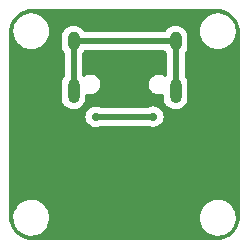
<source format=gbr>
%TF.GenerationSoftware,KiCad,Pcbnew,(6.0.5)*%
%TF.CreationDate,2022-07-03T04:30:49-06:00*%
%TF.ProjectId,usbc-daughter-board,75736263-2d64-4617-9567-687465722d62,1.0*%
%TF.SameCoordinates,Original*%
%TF.FileFunction,Copper,L2,Bot*%
%TF.FilePolarity,Positive*%
%FSLAX46Y46*%
G04 Gerber Fmt 4.6, Leading zero omitted, Abs format (unit mm)*
G04 Created by KiCad (PCBNEW (6.0.5)) date 2022-07-03 04:30:49*
%MOMM*%
%LPD*%
G01*
G04 APERTURE LIST*
%TA.AperFunction,ComponentPad*%
%ADD10O,1.000000X1.600000*%
%TD*%
%TA.AperFunction,ComponentPad*%
%ADD11O,1.000000X2.100000*%
%TD*%
%TA.AperFunction,ViaPad*%
%ADD12C,0.700000*%
%TD*%
%TA.AperFunction,Conductor*%
%ADD13C,0.500000*%
%TD*%
G04 APERTURE END LIST*
D10*
%TO.P,J1,S1,SHIELD*%
%TO.N,unconnected-(J1-PadS1)*%
X131820000Y-63860000D03*
D11*
X131820000Y-68040000D03*
D10*
X123180000Y-63860000D03*
D11*
X123180000Y-68040000D03*
%TD*%
D12*
%TO.N,GND*%
X131200000Y-70200000D03*
X125500000Y-74400000D03*
X133600000Y-68500000D03*
X123800000Y-70200000D03*
X125600000Y-72500000D03*
X132300000Y-70600000D03*
X121400000Y-68500000D03*
%TO.N,/CON_VBUS*%
X129940000Y-70230000D03*
X125050000Y-70240000D03*
%TD*%
D13*
%TO.N,/CON_VBUS*%
X125060000Y-70230000D02*
X125050000Y-70240000D01*
X129940000Y-70230000D02*
X125060000Y-70230000D01*
%TO.N,unconnected-(J1-PadS1)*%
X123180000Y-63860000D02*
X131820000Y-63860000D01*
X123180000Y-68040000D02*
X123180000Y-63860000D01*
X131820000Y-63860000D02*
X131820000Y-68040000D01*
%TD*%
%TA.AperFunction,Conductor*%
%TO.N,GND*%
G36*
X135270018Y-61110000D02*
G01*
X135284851Y-61112310D01*
X135284855Y-61112310D01*
X135293724Y-61113691D01*
X135310012Y-61111561D01*
X135334589Y-61110767D01*
X135361441Y-61112527D01*
X135551701Y-61124998D01*
X135568041Y-61127149D01*
X135687690Y-61150948D01*
X135807343Y-61174749D01*
X135823257Y-61179013D01*
X135938776Y-61218227D01*
X136054292Y-61257439D01*
X136069519Y-61263746D01*
X136288342Y-61371657D01*
X136302616Y-61379898D01*
X136505478Y-61515447D01*
X136518553Y-61525480D01*
X136701993Y-61686352D01*
X136713648Y-61698007D01*
X136874520Y-61881447D01*
X136884553Y-61894522D01*
X137020102Y-62097384D01*
X137028343Y-62111658D01*
X137136254Y-62330481D01*
X137142561Y-62345708D01*
X137217788Y-62567318D01*
X137220986Y-62576740D01*
X137225251Y-62592657D01*
X137231482Y-62623980D01*
X137272851Y-62831959D01*
X137275002Y-62848299D01*
X137288077Y-63047763D01*
X137288763Y-63058236D01*
X137287733Y-63081350D01*
X137287690Y-63084854D01*
X137286309Y-63093724D01*
X137287473Y-63102626D01*
X137287473Y-63102628D01*
X137290436Y-63125283D01*
X137291500Y-63141621D01*
X137291500Y-78650633D01*
X137290000Y-78670018D01*
X137287690Y-78684851D01*
X137287690Y-78684855D01*
X137286309Y-78693724D01*
X137288136Y-78707694D01*
X137288439Y-78710010D01*
X137289233Y-78734590D01*
X137275002Y-78951701D01*
X137272851Y-78968041D01*
X137225252Y-79207340D01*
X137220986Y-79223260D01*
X137142561Y-79454292D01*
X137136254Y-79469519D01*
X137028343Y-79688342D01*
X137020102Y-79702616D01*
X136884553Y-79905478D01*
X136874520Y-79918553D01*
X136713648Y-80101993D01*
X136701993Y-80113648D01*
X136518553Y-80274520D01*
X136505478Y-80284553D01*
X136302616Y-80420102D01*
X136288342Y-80428343D01*
X136069519Y-80536254D01*
X136054292Y-80542561D01*
X135938776Y-80581773D01*
X135823257Y-80620987D01*
X135807343Y-80625251D01*
X135687691Y-80649051D01*
X135568041Y-80672851D01*
X135551701Y-80675002D01*
X135410437Y-80684262D01*
X135341763Y-80688763D01*
X135318650Y-80687733D01*
X135315146Y-80687690D01*
X135306276Y-80686309D01*
X135297374Y-80687473D01*
X135297372Y-80687473D01*
X135283915Y-80689233D01*
X135274714Y-80690436D01*
X135258379Y-80691500D01*
X119749367Y-80691500D01*
X119729982Y-80690000D01*
X119715149Y-80687690D01*
X119715145Y-80687690D01*
X119706276Y-80686309D01*
X119689988Y-80688439D01*
X119665411Y-80689233D01*
X119620801Y-80686309D01*
X119448299Y-80675002D01*
X119431959Y-80672851D01*
X119312309Y-80649051D01*
X119192657Y-80625251D01*
X119176743Y-80620987D01*
X119061224Y-80581773D01*
X118945708Y-80542561D01*
X118930481Y-80536254D01*
X118711658Y-80428343D01*
X118697384Y-80420102D01*
X118494522Y-80284553D01*
X118481447Y-80274520D01*
X118298007Y-80113648D01*
X118286352Y-80101993D01*
X118125480Y-79918553D01*
X118115447Y-79905478D01*
X117979898Y-79702616D01*
X117971657Y-79688342D01*
X117863746Y-79469519D01*
X117857439Y-79454292D01*
X117779014Y-79223260D01*
X117774748Y-79207340D01*
X117727149Y-78968041D01*
X117724998Y-78951701D01*
X117718516Y-78852817D01*
X118087514Y-78852817D01*
X118088095Y-78857837D01*
X118088095Y-78857841D01*
X118103923Y-78994631D01*
X118115415Y-79093956D01*
X118116791Y-79098820D01*
X118116792Y-79098823D01*
X118162476Y-79260266D01*
X118181510Y-79327532D01*
X118183644Y-79332108D01*
X118183646Y-79332114D01*
X118242483Y-79458290D01*
X118284099Y-79547536D01*
X118420544Y-79748307D01*
X118587332Y-79924681D01*
X118591358Y-79927759D01*
X118591359Y-79927760D01*
X118776154Y-80069047D01*
X118776158Y-80069050D01*
X118780174Y-80072120D01*
X118994109Y-80186831D01*
X119223631Y-80265862D01*
X119273757Y-80274520D01*
X119458926Y-80306504D01*
X119458932Y-80306505D01*
X119462836Y-80307179D01*
X119466797Y-80307359D01*
X119466798Y-80307359D01*
X119490506Y-80308436D01*
X119490525Y-80308436D01*
X119491925Y-80308500D01*
X119661001Y-80308500D01*
X119663509Y-80308298D01*
X119663514Y-80308298D01*
X119836924Y-80294346D01*
X119836929Y-80294345D01*
X119841965Y-80293940D01*
X119846873Y-80292734D01*
X119846876Y-80292734D01*
X120072792Y-80237244D01*
X120077706Y-80236037D01*
X120082358Y-80234062D01*
X120082362Y-80234061D01*
X120296498Y-80143165D01*
X120301156Y-80141188D01*
X120407037Y-80074511D01*
X120502288Y-80014528D01*
X120502291Y-80014526D01*
X120506567Y-80011833D01*
X120605422Y-79924681D01*
X120684858Y-79854650D01*
X120684861Y-79854647D01*
X120688655Y-79851302D01*
X120776696Y-79744119D01*
X120839526Y-79667628D01*
X120839528Y-79667625D01*
X120842734Y-79663722D01*
X120913023Y-79542954D01*
X120962299Y-79458290D01*
X120962300Y-79458288D01*
X120964841Y-79453922D01*
X121051833Y-79227298D01*
X121054311Y-79215438D01*
X121100440Y-78994631D01*
X121100440Y-78994627D01*
X121101474Y-78989680D01*
X121107689Y-78852817D01*
X133887514Y-78852817D01*
X133888095Y-78857837D01*
X133888095Y-78857841D01*
X133903923Y-78994631D01*
X133915415Y-79093956D01*
X133916791Y-79098820D01*
X133916792Y-79098823D01*
X133962476Y-79260266D01*
X133981510Y-79327532D01*
X133983644Y-79332108D01*
X133983646Y-79332114D01*
X134042483Y-79458290D01*
X134084099Y-79547536D01*
X134220544Y-79748307D01*
X134387332Y-79924681D01*
X134391358Y-79927759D01*
X134391359Y-79927760D01*
X134576154Y-80069047D01*
X134576158Y-80069050D01*
X134580174Y-80072120D01*
X134794109Y-80186831D01*
X135023631Y-80265862D01*
X135073757Y-80274520D01*
X135258926Y-80306504D01*
X135258932Y-80306505D01*
X135262836Y-80307179D01*
X135266797Y-80307359D01*
X135266798Y-80307359D01*
X135290506Y-80308436D01*
X135290525Y-80308436D01*
X135291925Y-80308500D01*
X135461001Y-80308500D01*
X135463509Y-80308298D01*
X135463514Y-80308298D01*
X135636924Y-80294346D01*
X135636929Y-80294345D01*
X135641965Y-80293940D01*
X135646873Y-80292734D01*
X135646876Y-80292734D01*
X135872792Y-80237244D01*
X135877706Y-80236037D01*
X135882358Y-80234062D01*
X135882362Y-80234061D01*
X136096498Y-80143165D01*
X136101156Y-80141188D01*
X136207037Y-80074511D01*
X136302288Y-80014528D01*
X136302291Y-80014526D01*
X136306567Y-80011833D01*
X136405422Y-79924681D01*
X136484858Y-79854650D01*
X136484861Y-79854647D01*
X136488655Y-79851302D01*
X136576696Y-79744119D01*
X136639526Y-79667628D01*
X136639528Y-79667625D01*
X136642734Y-79663722D01*
X136713023Y-79542954D01*
X136762299Y-79458290D01*
X136762300Y-79458288D01*
X136764841Y-79453922D01*
X136851833Y-79227298D01*
X136854311Y-79215438D01*
X136900440Y-78994631D01*
X136900440Y-78994627D01*
X136901474Y-78989680D01*
X136912486Y-78747183D01*
X136907027Y-78700000D01*
X136885167Y-78511071D01*
X136885166Y-78511067D01*
X136884585Y-78506044D01*
X136845517Y-78367978D01*
X136819866Y-78277331D01*
X136818490Y-78272468D01*
X136816356Y-78267892D01*
X136816354Y-78267886D01*
X136718038Y-78057046D01*
X136718036Y-78057042D01*
X136715901Y-78052464D01*
X136579456Y-77851693D01*
X136412668Y-77675319D01*
X136408641Y-77672240D01*
X136223846Y-77530953D01*
X136223842Y-77530950D01*
X136219826Y-77527880D01*
X136005891Y-77413169D01*
X135776369Y-77334138D01*
X135677022Y-77316978D01*
X135541074Y-77293496D01*
X135541068Y-77293495D01*
X135537164Y-77292821D01*
X135533203Y-77292641D01*
X135533202Y-77292641D01*
X135509494Y-77291564D01*
X135509475Y-77291564D01*
X135508075Y-77291500D01*
X135338999Y-77291500D01*
X135336491Y-77291702D01*
X135336486Y-77291702D01*
X135163076Y-77305654D01*
X135163071Y-77305655D01*
X135158035Y-77306060D01*
X135153127Y-77307266D01*
X135153124Y-77307266D01*
X135037007Y-77335787D01*
X134922294Y-77363963D01*
X134917642Y-77365938D01*
X134917638Y-77365939D01*
X134810252Y-77411522D01*
X134698844Y-77458812D01*
X134694560Y-77461510D01*
X134497712Y-77585472D01*
X134497709Y-77585474D01*
X134493433Y-77588167D01*
X134489639Y-77591512D01*
X134315142Y-77745350D01*
X134315139Y-77745353D01*
X134311345Y-77748698D01*
X134157266Y-77936278D01*
X134035159Y-78146078D01*
X133948167Y-78372702D01*
X133898526Y-78610320D01*
X133887514Y-78852817D01*
X121107689Y-78852817D01*
X121112486Y-78747183D01*
X121107027Y-78700000D01*
X121085167Y-78511071D01*
X121085166Y-78511067D01*
X121084585Y-78506044D01*
X121045517Y-78367978D01*
X121019866Y-78277331D01*
X121018490Y-78272468D01*
X121016356Y-78267892D01*
X121016354Y-78267886D01*
X120918038Y-78057046D01*
X120918036Y-78057042D01*
X120915901Y-78052464D01*
X120779456Y-77851693D01*
X120612668Y-77675319D01*
X120608641Y-77672240D01*
X120423846Y-77530953D01*
X120423842Y-77530950D01*
X120419826Y-77527880D01*
X120205891Y-77413169D01*
X119976369Y-77334138D01*
X119877022Y-77316978D01*
X119741074Y-77293496D01*
X119741068Y-77293495D01*
X119737164Y-77292821D01*
X119733203Y-77292641D01*
X119733202Y-77292641D01*
X119709494Y-77291564D01*
X119709475Y-77291564D01*
X119708075Y-77291500D01*
X119538999Y-77291500D01*
X119536491Y-77291702D01*
X119536486Y-77291702D01*
X119363076Y-77305654D01*
X119363071Y-77305655D01*
X119358035Y-77306060D01*
X119353127Y-77307266D01*
X119353124Y-77307266D01*
X119237007Y-77335787D01*
X119122294Y-77363963D01*
X119117642Y-77365938D01*
X119117638Y-77365939D01*
X119010252Y-77411522D01*
X118898844Y-77458812D01*
X118894560Y-77461510D01*
X118697712Y-77585472D01*
X118697709Y-77585474D01*
X118693433Y-77588167D01*
X118689639Y-77591512D01*
X118515142Y-77745350D01*
X118515139Y-77745353D01*
X118511345Y-77748698D01*
X118357266Y-77936278D01*
X118235159Y-78146078D01*
X118148167Y-78372702D01*
X118098526Y-78610320D01*
X118087514Y-78852817D01*
X117718516Y-78852817D01*
X117711476Y-78745407D01*
X117712650Y-78722232D01*
X117712334Y-78722204D01*
X117712770Y-78717344D01*
X117713576Y-78712552D01*
X117713729Y-78700000D01*
X117709773Y-78672376D01*
X117708500Y-78654514D01*
X117708500Y-70240000D01*
X124186771Y-70240000D01*
X124205635Y-70419475D01*
X124261401Y-70591107D01*
X124351633Y-70747393D01*
X124472387Y-70881504D01*
X124618385Y-70987578D01*
X124624413Y-70990262D01*
X124624415Y-70990263D01*
X124763869Y-71052352D01*
X124783248Y-71060980D01*
X124871508Y-71079740D01*
X124953311Y-71097128D01*
X124953315Y-71097128D01*
X124959768Y-71098500D01*
X125140232Y-71098500D01*
X125146685Y-71097128D01*
X125146689Y-71097128D01*
X125228492Y-71079740D01*
X125316752Y-71060980D01*
X125339213Y-71050980D01*
X125455078Y-70999393D01*
X125506327Y-70988500D01*
X129506133Y-70988500D01*
X129557382Y-70999393D01*
X129673248Y-71050980D01*
X129761508Y-71069740D01*
X129843311Y-71087128D01*
X129843315Y-71087128D01*
X129849768Y-71088500D01*
X130030232Y-71088500D01*
X130036685Y-71087128D01*
X130036689Y-71087128D01*
X130118492Y-71069740D01*
X130206752Y-71050980D01*
X130322618Y-70999393D01*
X130365585Y-70980263D01*
X130365587Y-70980262D01*
X130371615Y-70977578D01*
X130498505Y-70885387D01*
X130512269Y-70875387D01*
X130512271Y-70875385D01*
X130517613Y-70871504D01*
X130638367Y-70737393D01*
X130719521Y-70596830D01*
X130725295Y-70586830D01*
X130725296Y-70586829D01*
X130728599Y-70581107D01*
X130784365Y-70409475D01*
X130803229Y-70230000D01*
X130784365Y-70050525D01*
X130728599Y-69878893D01*
X130638367Y-69722607D01*
X130517613Y-69588496D01*
X130510498Y-69583326D01*
X130376957Y-69486303D01*
X130376956Y-69486302D01*
X130371615Y-69482422D01*
X130365587Y-69479738D01*
X130365585Y-69479737D01*
X130212783Y-69411705D01*
X130212781Y-69411705D01*
X130206752Y-69409020D01*
X130118492Y-69390260D01*
X130036689Y-69372872D01*
X130036685Y-69372872D01*
X130030232Y-69371500D01*
X129849768Y-69371500D01*
X129843315Y-69372872D01*
X129843311Y-69372872D01*
X129761508Y-69390260D01*
X129673248Y-69409020D01*
X129667219Y-69411704D01*
X129667217Y-69411705D01*
X129557383Y-69460607D01*
X129506134Y-69471500D01*
X125461407Y-69471500D01*
X125410158Y-69460607D01*
X125322783Y-69421705D01*
X125322782Y-69421705D01*
X125316752Y-69419020D01*
X125228492Y-69400260D01*
X125146689Y-69382872D01*
X125146685Y-69382872D01*
X125140232Y-69381500D01*
X124959768Y-69381500D01*
X124953315Y-69382872D01*
X124953311Y-69382872D01*
X124871508Y-69400260D01*
X124783248Y-69419020D01*
X124777219Y-69421704D01*
X124777217Y-69421705D01*
X124624416Y-69489737D01*
X124624414Y-69489738D01*
X124618386Y-69492422D01*
X124613045Y-69496302D01*
X124613044Y-69496303D01*
X124477731Y-69594613D01*
X124477729Y-69594615D01*
X124472387Y-69598496D01*
X124351633Y-69732607D01*
X124348332Y-69738325D01*
X124267175Y-69878893D01*
X124261401Y-69888893D01*
X124205635Y-70060525D01*
X124186771Y-70240000D01*
X117708500Y-70240000D01*
X117708500Y-68639769D01*
X122171500Y-68639769D01*
X122171800Y-68642825D01*
X122171800Y-68642832D01*
X122172530Y-68650273D01*
X122185920Y-68786833D01*
X122243084Y-68976169D01*
X122335934Y-69150796D01*
X122406291Y-69237062D01*
X122457040Y-69299287D01*
X122457043Y-69299290D01*
X122460935Y-69304062D01*
X122465682Y-69307989D01*
X122465684Y-69307991D01*
X122608575Y-69426201D01*
X122608579Y-69426203D01*
X122613325Y-69430130D01*
X122787299Y-69524198D01*
X122976232Y-69582682D01*
X122982357Y-69583326D01*
X122982358Y-69583326D01*
X123166796Y-69602711D01*
X123166798Y-69602711D01*
X123172925Y-69603355D01*
X123268984Y-69594613D01*
X123363749Y-69585989D01*
X123363752Y-69585988D01*
X123369888Y-69585430D01*
X123375794Y-69583692D01*
X123375798Y-69583691D01*
X123480924Y-69552751D01*
X123559619Y-69529590D01*
X123565077Y-69526737D01*
X123565081Y-69526735D01*
X123670734Y-69471500D01*
X123734890Y-69437960D01*
X123889025Y-69314032D01*
X124016154Y-69162526D01*
X124019121Y-69157128D01*
X124019125Y-69157123D01*
X124108467Y-68994608D01*
X124111433Y-68989213D01*
X124113846Y-68981608D01*
X124169373Y-68806564D01*
X124169373Y-68806563D01*
X124171235Y-68800694D01*
X124188500Y-68646773D01*
X124188500Y-68427138D01*
X124208502Y-68359017D01*
X124262158Y-68312524D01*
X124332432Y-68302420D01*
X124341986Y-68304172D01*
X124346460Y-68305172D01*
X124516543Y-68343190D01*
X124522088Y-68343500D01*
X124655244Y-68343500D01*
X124790037Y-68328857D01*
X124908190Y-68289094D01*
X124955204Y-68273272D01*
X124955206Y-68273271D01*
X124961675Y-68271094D01*
X125116905Y-68177823D01*
X125121862Y-68173135D01*
X125121865Y-68173133D01*
X125243527Y-68058082D01*
X125243529Y-68058080D01*
X125248485Y-68053393D01*
X125252317Y-68047755D01*
X125252320Y-68047751D01*
X125346442Y-67909255D01*
X125350277Y-67903612D01*
X125417530Y-67735466D01*
X125418644Y-67728738D01*
X125418645Y-67728734D01*
X125445993Y-67563539D01*
X125445993Y-67563536D01*
X125447108Y-67556802D01*
X125442203Y-67463198D01*
X125437987Y-67382766D01*
X125437630Y-67375953D01*
X125414304Y-67291266D01*
X125391352Y-67207941D01*
X125389539Y-67201359D01*
X125305078Y-67041164D01*
X125300673Y-67035951D01*
X125300670Y-67035947D01*
X125192594Y-66908057D01*
X125192590Y-66908053D01*
X125188187Y-66902843D01*
X125182762Y-66898695D01*
X125049743Y-66796994D01*
X125049739Y-66796991D01*
X125044322Y-66792850D01*
X124939186Y-66743825D01*
X124886369Y-66719195D01*
X124886366Y-66719194D01*
X124880192Y-66716315D01*
X124873544Y-66714829D01*
X124873541Y-66714828D01*
X124708494Y-66677936D01*
X124708495Y-66677936D01*
X124703457Y-66676810D01*
X124697912Y-66676500D01*
X124564756Y-66676500D01*
X124429963Y-66691143D01*
X124311810Y-66730906D01*
X124264796Y-66746728D01*
X124264794Y-66746729D01*
X124258325Y-66748906D01*
X124252470Y-66752424D01*
X124129394Y-66826375D01*
X124060702Y-66844315D01*
X123993215Y-66822268D01*
X123948361Y-66767235D01*
X123938500Y-66718372D01*
X123938500Y-64870929D01*
X123958502Y-64802808D01*
X123967970Y-64789949D01*
X124016154Y-64732526D01*
X124042942Y-64683799D01*
X124093288Y-64633740D01*
X124153357Y-64618500D01*
X130845834Y-64618500D01*
X130913955Y-64638502D01*
X130957086Y-64685348D01*
X130973038Y-64715351D01*
X130973041Y-64715355D01*
X130975934Y-64720796D01*
X131031842Y-64789346D01*
X131033143Y-64790941D01*
X131060697Y-64856373D01*
X131061500Y-64870577D01*
X131061500Y-66719245D01*
X131041498Y-66787366D01*
X130987842Y-66833859D01*
X130917568Y-66843963D01*
X130858971Y-66819341D01*
X130829743Y-66796995D01*
X130824322Y-66792850D01*
X130719186Y-66743825D01*
X130666369Y-66719195D01*
X130666366Y-66719194D01*
X130660192Y-66716315D01*
X130653544Y-66714829D01*
X130653541Y-66714828D01*
X130488494Y-66677936D01*
X130488495Y-66677936D01*
X130483457Y-66676810D01*
X130477912Y-66676500D01*
X130344756Y-66676500D01*
X130209963Y-66691143D01*
X130091810Y-66730906D01*
X130044796Y-66746728D01*
X130044794Y-66746729D01*
X130038325Y-66748906D01*
X129883095Y-66842177D01*
X129878138Y-66846865D01*
X129878135Y-66846867D01*
X129756473Y-66961918D01*
X129751515Y-66966607D01*
X129747683Y-66972245D01*
X129747680Y-66972249D01*
X129663133Y-67096656D01*
X129649723Y-67116388D01*
X129582470Y-67284534D01*
X129581356Y-67291262D01*
X129581355Y-67291266D01*
X129557270Y-67436751D01*
X129552892Y-67463198D01*
X129553249Y-67470015D01*
X129553249Y-67470019D01*
X129558151Y-67563539D01*
X129562370Y-67644047D01*
X129564181Y-67650620D01*
X129564181Y-67650623D01*
X129587551Y-67735466D01*
X129610461Y-67818641D01*
X129694922Y-67978836D01*
X129699327Y-67984049D01*
X129699330Y-67984053D01*
X129807406Y-68111943D01*
X129807410Y-68111947D01*
X129811813Y-68117157D01*
X129817237Y-68121304D01*
X129817238Y-68121305D01*
X129950257Y-68223006D01*
X129950261Y-68223009D01*
X129955678Y-68227150D01*
X130042372Y-68267576D01*
X130113631Y-68300805D01*
X130113634Y-68300806D01*
X130119808Y-68303685D01*
X130126456Y-68305171D01*
X130126459Y-68305172D01*
X130222686Y-68326681D01*
X130296543Y-68343190D01*
X130302088Y-68343500D01*
X130435244Y-68343500D01*
X130570037Y-68328857D01*
X130645312Y-68303524D01*
X130716253Y-68300754D01*
X130777432Y-68336777D01*
X130809423Y-68400158D01*
X130811500Y-68422943D01*
X130811500Y-68639769D01*
X130811800Y-68642825D01*
X130811800Y-68642832D01*
X130812530Y-68650273D01*
X130825920Y-68786833D01*
X130883084Y-68976169D01*
X130975934Y-69150796D01*
X131046291Y-69237062D01*
X131097040Y-69299287D01*
X131097043Y-69299290D01*
X131100935Y-69304062D01*
X131105682Y-69307989D01*
X131105684Y-69307991D01*
X131248575Y-69426201D01*
X131248579Y-69426203D01*
X131253325Y-69430130D01*
X131427299Y-69524198D01*
X131616232Y-69582682D01*
X131622357Y-69583326D01*
X131622358Y-69583326D01*
X131806796Y-69602711D01*
X131806798Y-69602711D01*
X131812925Y-69603355D01*
X131908984Y-69594613D01*
X132003749Y-69585989D01*
X132003752Y-69585988D01*
X132009888Y-69585430D01*
X132015794Y-69583692D01*
X132015798Y-69583691D01*
X132120924Y-69552751D01*
X132199619Y-69529590D01*
X132205077Y-69526737D01*
X132205081Y-69526735D01*
X132310734Y-69471500D01*
X132374890Y-69437960D01*
X132529025Y-69314032D01*
X132656154Y-69162526D01*
X132659121Y-69157128D01*
X132659125Y-69157123D01*
X132748467Y-68994608D01*
X132751433Y-68989213D01*
X132753846Y-68981608D01*
X132809373Y-68806564D01*
X132809373Y-68806563D01*
X132811235Y-68800694D01*
X132828500Y-68646773D01*
X132828500Y-67440231D01*
X132827814Y-67433227D01*
X132814681Y-67299301D01*
X132814080Y-67293167D01*
X132756916Y-67103831D01*
X132664066Y-66929204D01*
X132606857Y-66859059D01*
X132579303Y-66793627D01*
X132578500Y-66779423D01*
X132578500Y-64870929D01*
X132598502Y-64802808D01*
X132607970Y-64789949D01*
X132656154Y-64732526D01*
X132659121Y-64727128D01*
X132659125Y-64727123D01*
X132748467Y-64564608D01*
X132751433Y-64559213D01*
X132753846Y-64551608D01*
X132809373Y-64376564D01*
X132809373Y-64376563D01*
X132811235Y-64370694D01*
X132828500Y-64216773D01*
X132828500Y-63510231D01*
X132827814Y-63503227D01*
X132820368Y-63427298D01*
X132814080Y-63363167D01*
X132756916Y-63173831D01*
X132692572Y-63052817D01*
X133887514Y-63052817D01*
X133888095Y-63057837D01*
X133888095Y-63057841D01*
X133903923Y-63194631D01*
X133915415Y-63293956D01*
X133916791Y-63298820D01*
X133916792Y-63298823D01*
X133962476Y-63460266D01*
X133981510Y-63527532D01*
X133983644Y-63532108D01*
X133983646Y-63532114D01*
X134040446Y-63653922D01*
X134084099Y-63747536D01*
X134220544Y-63948307D01*
X134387332Y-64124681D01*
X134391358Y-64127759D01*
X134391359Y-64127760D01*
X134576154Y-64269047D01*
X134576158Y-64269050D01*
X134580174Y-64272120D01*
X134794109Y-64386831D01*
X135023631Y-64465862D01*
X135122978Y-64483022D01*
X135258926Y-64506504D01*
X135258932Y-64506505D01*
X135262836Y-64507179D01*
X135266797Y-64507359D01*
X135266798Y-64507359D01*
X135290506Y-64508436D01*
X135290525Y-64508436D01*
X135291925Y-64508500D01*
X135461001Y-64508500D01*
X135463509Y-64508298D01*
X135463514Y-64508298D01*
X135636924Y-64494346D01*
X135636929Y-64494345D01*
X135641965Y-64493940D01*
X135646873Y-64492734D01*
X135646876Y-64492734D01*
X135872792Y-64437244D01*
X135877706Y-64436037D01*
X135882358Y-64434062D01*
X135882362Y-64434061D01*
X136050392Y-64362736D01*
X136101156Y-64341188D01*
X136207037Y-64274511D01*
X136302288Y-64214528D01*
X136302291Y-64214526D01*
X136306567Y-64211833D01*
X136405422Y-64124681D01*
X136484858Y-64054650D01*
X136484861Y-64054647D01*
X136488655Y-64051302D01*
X136642734Y-63863722D01*
X136764841Y-63653922D01*
X136818815Y-63513313D01*
X136850020Y-63432022D01*
X136850021Y-63432018D01*
X136851833Y-63427298D01*
X136866848Y-63355425D01*
X136900440Y-63194631D01*
X136900440Y-63194627D01*
X136901474Y-63189680D01*
X136912486Y-62947183D01*
X136901045Y-62848299D01*
X136885167Y-62711071D01*
X136885166Y-62711067D01*
X136884585Y-62706044D01*
X136845517Y-62567978D01*
X136819866Y-62477331D01*
X136818490Y-62472468D01*
X136816356Y-62467892D01*
X136816354Y-62467886D01*
X136718038Y-62257046D01*
X136718036Y-62257042D01*
X136715901Y-62252464D01*
X136579456Y-62051693D01*
X136412668Y-61875319D01*
X136408641Y-61872240D01*
X136223846Y-61730953D01*
X136223842Y-61730950D01*
X136219826Y-61727880D01*
X136005891Y-61613169D01*
X135776369Y-61534138D01*
X135668157Y-61515447D01*
X135541074Y-61493496D01*
X135541068Y-61493495D01*
X135537164Y-61492821D01*
X135533203Y-61492641D01*
X135533202Y-61492641D01*
X135509494Y-61491564D01*
X135509475Y-61491564D01*
X135508075Y-61491500D01*
X135338999Y-61491500D01*
X135336491Y-61491702D01*
X135336486Y-61491702D01*
X135163076Y-61505654D01*
X135163071Y-61505655D01*
X135158035Y-61506060D01*
X135153127Y-61507266D01*
X135153124Y-61507266D01*
X135037007Y-61535787D01*
X134922294Y-61563963D01*
X134917642Y-61565938D01*
X134917638Y-61565939D01*
X134852271Y-61593686D01*
X134698844Y-61658812D01*
X134646465Y-61691797D01*
X134497712Y-61785472D01*
X134497709Y-61785474D01*
X134493433Y-61788167D01*
X134489639Y-61791512D01*
X134315142Y-61945350D01*
X134315139Y-61945353D01*
X134311345Y-61948698D01*
X134308135Y-61952606D01*
X134308134Y-61952607D01*
X134189214Y-62097384D01*
X134157266Y-62136278D01*
X134096213Y-62241178D01*
X134044237Y-62330481D01*
X134035159Y-62346078D01*
X134033346Y-62350801D01*
X133950234Y-62567318D01*
X133948167Y-62572702D01*
X133947133Y-62577652D01*
X133947132Y-62577655D01*
X133903796Y-62785095D01*
X133898526Y-62810320D01*
X133887514Y-63052817D01*
X132692572Y-63052817D01*
X132664066Y-62999204D01*
X132593709Y-62912938D01*
X132542960Y-62850713D01*
X132542957Y-62850710D01*
X132539065Y-62845938D01*
X132531956Y-62840057D01*
X132391425Y-62723799D01*
X132391421Y-62723797D01*
X132386675Y-62719870D01*
X132212701Y-62625802D01*
X132023768Y-62567318D01*
X132017643Y-62566674D01*
X132017642Y-62566674D01*
X131833204Y-62547289D01*
X131833202Y-62547289D01*
X131827075Y-62546645D01*
X131744576Y-62554153D01*
X131636251Y-62564011D01*
X131636248Y-62564012D01*
X131630112Y-62564570D01*
X131624206Y-62566308D01*
X131624202Y-62566309D01*
X131534669Y-62592660D01*
X131440381Y-62620410D01*
X131434923Y-62623263D01*
X131434919Y-62623265D01*
X131344147Y-62670720D01*
X131265110Y-62712040D01*
X131110975Y-62835968D01*
X130983846Y-62987474D01*
X130980876Y-62992877D01*
X130980875Y-62992878D01*
X130957058Y-63036201D01*
X130906712Y-63086260D01*
X130846643Y-63101500D01*
X124154166Y-63101500D01*
X124086045Y-63081498D01*
X124042914Y-63034652D01*
X124026962Y-63004649D01*
X124026958Y-63004642D01*
X124024066Y-62999204D01*
X123953709Y-62912938D01*
X123902960Y-62850713D01*
X123902957Y-62850710D01*
X123899065Y-62845938D01*
X123891956Y-62840057D01*
X123751425Y-62723799D01*
X123751421Y-62723797D01*
X123746675Y-62719870D01*
X123572701Y-62625802D01*
X123383768Y-62567318D01*
X123377643Y-62566674D01*
X123377642Y-62566674D01*
X123193204Y-62547289D01*
X123193202Y-62547289D01*
X123187075Y-62546645D01*
X123104576Y-62554153D01*
X122996251Y-62564011D01*
X122996248Y-62564012D01*
X122990112Y-62564570D01*
X122984206Y-62566308D01*
X122984202Y-62566309D01*
X122894669Y-62592660D01*
X122800381Y-62620410D01*
X122794923Y-62623263D01*
X122794919Y-62623265D01*
X122704147Y-62670720D01*
X122625110Y-62712040D01*
X122470975Y-62835968D01*
X122343846Y-62987474D01*
X122340879Y-62992872D01*
X122340875Y-62992877D01*
X122292156Y-63081498D01*
X122248567Y-63160787D01*
X122246706Y-63166654D01*
X122246705Y-63166656D01*
X122237831Y-63194631D01*
X122188765Y-63349306D01*
X122171500Y-63503227D01*
X122171500Y-64209769D01*
X122171800Y-64212825D01*
X122171800Y-64212832D01*
X122172530Y-64220273D01*
X122185920Y-64356833D01*
X122243084Y-64546169D01*
X122335934Y-64720796D01*
X122391842Y-64789346D01*
X122393143Y-64790941D01*
X122420697Y-64856373D01*
X122421500Y-64870577D01*
X122421500Y-66779071D01*
X122401498Y-66847192D01*
X122392030Y-66860051D01*
X122343846Y-66917474D01*
X122340879Y-66922872D01*
X122340875Y-66922877D01*
X122316835Y-66966607D01*
X122248567Y-67090787D01*
X122246706Y-67096654D01*
X122246705Y-67096656D01*
X122215407Y-67195320D01*
X122188765Y-67279306D01*
X122171500Y-67433227D01*
X122171500Y-68639769D01*
X117708500Y-68639769D01*
X117708500Y-63153250D01*
X117710246Y-63132345D01*
X117712770Y-63117344D01*
X117712770Y-63117341D01*
X117713576Y-63112552D01*
X117713729Y-63100000D01*
X117712003Y-63087947D01*
X117711001Y-63061845D01*
X117711593Y-63052817D01*
X118087514Y-63052817D01*
X118088095Y-63057837D01*
X118088095Y-63057841D01*
X118103923Y-63194631D01*
X118115415Y-63293956D01*
X118116791Y-63298820D01*
X118116792Y-63298823D01*
X118162476Y-63460266D01*
X118181510Y-63527532D01*
X118183644Y-63532108D01*
X118183646Y-63532114D01*
X118240446Y-63653922D01*
X118284099Y-63747536D01*
X118420544Y-63948307D01*
X118587332Y-64124681D01*
X118591358Y-64127759D01*
X118591359Y-64127760D01*
X118776154Y-64269047D01*
X118776158Y-64269050D01*
X118780174Y-64272120D01*
X118994109Y-64386831D01*
X119223631Y-64465862D01*
X119322978Y-64483022D01*
X119458926Y-64506504D01*
X119458932Y-64506505D01*
X119462836Y-64507179D01*
X119466797Y-64507359D01*
X119466798Y-64507359D01*
X119490506Y-64508436D01*
X119490525Y-64508436D01*
X119491925Y-64508500D01*
X119661001Y-64508500D01*
X119663509Y-64508298D01*
X119663514Y-64508298D01*
X119836924Y-64494346D01*
X119836929Y-64494345D01*
X119841965Y-64493940D01*
X119846873Y-64492734D01*
X119846876Y-64492734D01*
X120072792Y-64437244D01*
X120077706Y-64436037D01*
X120082358Y-64434062D01*
X120082362Y-64434061D01*
X120250392Y-64362736D01*
X120301156Y-64341188D01*
X120407037Y-64274511D01*
X120502288Y-64214528D01*
X120502291Y-64214526D01*
X120506567Y-64211833D01*
X120605422Y-64124681D01*
X120684858Y-64054650D01*
X120684861Y-64054647D01*
X120688655Y-64051302D01*
X120842734Y-63863722D01*
X120964841Y-63653922D01*
X121018815Y-63513313D01*
X121050020Y-63432022D01*
X121050021Y-63432018D01*
X121051833Y-63427298D01*
X121066848Y-63355425D01*
X121100440Y-63194631D01*
X121100440Y-63194627D01*
X121101474Y-63189680D01*
X121112486Y-62947183D01*
X121101045Y-62848299D01*
X121085167Y-62711071D01*
X121085166Y-62711067D01*
X121084585Y-62706044D01*
X121045517Y-62567978D01*
X121019866Y-62477331D01*
X121018490Y-62472468D01*
X121016356Y-62467892D01*
X121016354Y-62467886D01*
X120918038Y-62257046D01*
X120918036Y-62257042D01*
X120915901Y-62252464D01*
X120779456Y-62051693D01*
X120612668Y-61875319D01*
X120608641Y-61872240D01*
X120423846Y-61730953D01*
X120423842Y-61730950D01*
X120419826Y-61727880D01*
X120205891Y-61613169D01*
X119976369Y-61534138D01*
X119868157Y-61515447D01*
X119741074Y-61493496D01*
X119741068Y-61493495D01*
X119737164Y-61492821D01*
X119733203Y-61492641D01*
X119733202Y-61492641D01*
X119709494Y-61491564D01*
X119709475Y-61491564D01*
X119708075Y-61491500D01*
X119538999Y-61491500D01*
X119536491Y-61491702D01*
X119536486Y-61491702D01*
X119363076Y-61505654D01*
X119363071Y-61505655D01*
X119358035Y-61506060D01*
X119353127Y-61507266D01*
X119353124Y-61507266D01*
X119237007Y-61535787D01*
X119122294Y-61563963D01*
X119117642Y-61565938D01*
X119117638Y-61565939D01*
X119052271Y-61593686D01*
X118898844Y-61658812D01*
X118846465Y-61691797D01*
X118697712Y-61785472D01*
X118697709Y-61785474D01*
X118693433Y-61788167D01*
X118689639Y-61791512D01*
X118515142Y-61945350D01*
X118515139Y-61945353D01*
X118511345Y-61948698D01*
X118508135Y-61952606D01*
X118508134Y-61952607D01*
X118389214Y-62097384D01*
X118357266Y-62136278D01*
X118296213Y-62241178D01*
X118244237Y-62330481D01*
X118235159Y-62346078D01*
X118233346Y-62350801D01*
X118150234Y-62567318D01*
X118148167Y-62572702D01*
X118147133Y-62577652D01*
X118147132Y-62577655D01*
X118103796Y-62785095D01*
X118098526Y-62810320D01*
X118087514Y-63052817D01*
X117711593Y-63052817D01*
X117724998Y-62848299D01*
X117727149Y-62831959D01*
X117768518Y-62623980D01*
X117774749Y-62592657D01*
X117779014Y-62576740D01*
X117782213Y-62567318D01*
X117857439Y-62345708D01*
X117863746Y-62330481D01*
X117971657Y-62111658D01*
X117979898Y-62097384D01*
X118115447Y-61894522D01*
X118125480Y-61881447D01*
X118286352Y-61698007D01*
X118298007Y-61686352D01*
X118481447Y-61525480D01*
X118494522Y-61515447D01*
X118697384Y-61379898D01*
X118711658Y-61371657D01*
X118930481Y-61263746D01*
X118945708Y-61257439D01*
X119061224Y-61218227D01*
X119176743Y-61179013D01*
X119192657Y-61174749D01*
X119312310Y-61150948D01*
X119431959Y-61127149D01*
X119448299Y-61124998D01*
X119589563Y-61115738D01*
X119658237Y-61111237D01*
X119681350Y-61112267D01*
X119684854Y-61112310D01*
X119693724Y-61113691D01*
X119702626Y-61112527D01*
X119702628Y-61112527D01*
X119719449Y-61110327D01*
X119725286Y-61109564D01*
X119741621Y-61108500D01*
X135250633Y-61108500D01*
X135270018Y-61110000D01*
G37*
%TD.AperFunction*%
%TD*%
M02*

</source>
